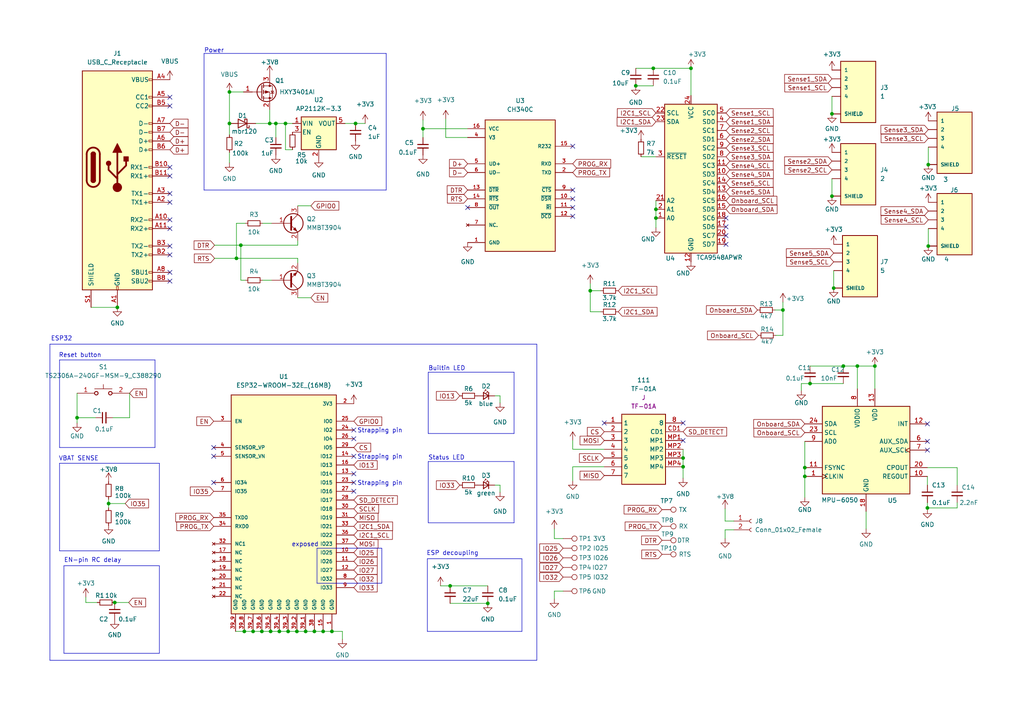
<source format=kicad_sch>
(kicad_sch (version 20230121) (generator eeschema)
  (paper "A4")
  (junction (at 88.646 183.134))
  (junction (at 241.808 83.566))
  (junction (at 34.036 89.154))
  (junction (at 80.01 35.814))
  (junction (at 190.246 63.246))
  (junction (at 141.478 175.006))
  (junction (at 86.106 183.134))
  (junction (at 130.556 169.926))
  (junction (at 241.3 56.896))
  (junction (at 66.548 26.67))
  (junction (at 198.12 135.382))
  (junction (at 22.352 121.158))
  (junction (at 78.486 183.134))
  (junction (at 233.426 138.176))
  (junction (at 96.266 183.134))
  (junction (at 198.12 132.842))
  (junction (at 248.666 106.172))
  (junction (at 83.566 183.134))
  (junction (at 66.548 35.814))
  (junction (at 103.124 35.814))
  (junction (at 234.95 111.252))
  (junction (at 269.24 47.752))
  (junction (at 268.986 147.32))
  (junction (at 70.866 183.134))
  (junction (at 69.85 71.12))
  (junction (at 82.804 35.814))
  (junction (at 68.58 74.93))
  (junction (at 244.602 106.172))
  (junction (at 269.24 71.374))
  (junction (at 31.496 146.05))
  (junction (at 33.274 174.752))
  (junction (at 73.406 183.134))
  (junction (at 227.076 89.916))
  (junction (at 171.196 84.328))
  (junction (at 78.232 35.814))
  (junction (at 233.426 135.636))
  (junction (at 93.726 183.134))
  (junction (at 253.746 106.172))
  (junction (at 122.682 37.338))
  (junction (at 200.406 19.812))
  (junction (at 91.186 183.134))
  (junction (at 241.3 33.02))
  (junction (at 184.404 24.892))
  (junction (at 81.026 183.134))
  (junction (at 190.246 60.706))
  (junction (at 189.484 19.812))
  (junction (at 75.946 183.134))
  (no_connect (at 268.986 130.556))
  (no_connect (at 102.616 127.254))
  (no_connect (at 102.616 132.334))
  (no_connect (at 61.976 132.334))
  (no_connect (at 49.276 51.054))
  (no_connect (at 135.636 60.198))
  (no_connect (at 49.276 48.514))
  (no_connect (at 175.26 122.682))
  (no_connect (at 49.276 66.294))
  (no_connect (at 198.12 122.682))
  (no_connect (at 49.276 28.194))
  (no_connect (at 49.276 78.994))
  (no_connect (at 102.616 124.714))
  (no_connect (at 49.276 81.534))
  (no_connect (at 61.976 139.954))
  (no_connect (at 49.276 73.914))
  (no_connect (at 61.976 129.794))
  (no_connect (at 166.116 60.198))
  (no_connect (at 49.276 71.374))
  (no_connect (at 268.986 122.936))
  (no_connect (at 210.566 65.786))
  (no_connect (at 102.616 137.414))
  (no_connect (at 210.566 63.246))
  (no_connect (at 166.116 42.418))
  (no_connect (at 49.276 56.134))
  (no_connect (at 102.616 139.954))
  (no_connect (at 166.116 62.738))
  (no_connect (at 102.616 142.494))
  (no_connect (at 210.566 68.326))
  (no_connect (at 49.276 58.674))
  (no_connect (at 210.566 70.866))
  (no_connect (at 49.276 30.734))
  (no_connect (at 166.116 55.118))
  (no_connect (at 268.986 128.016))
  (no_connect (at 166.116 57.658))
  (no_connect (at 49.276 63.754))
  (no_connect (at 198.12 127.762))
  (polyline (pts (xy 46.228 159.766) (xy 46.228 134.366)))
  (wire (pts (xy 145.034 114.808) (xy 145.034 116.84)))
  (wire (pts (xy 68.58 74.93) (xy 86.36 74.93)))
  (wire (pts (xy 70.612 26.67) (xy 66.548 26.67)))
  (wire (pts (xy 160.782 171.45) (xy 163.322 171.45)))
  (wire (pts (xy 143.51 140.716) (xy 145.034 140.716)))
  (wire (pts (xy 27.686 121.158) (xy 22.352 121.158)))
  (wire (pts (xy 190.246 60.706) (xy 190.246 63.246)))
  (wire (pts (xy 232.41 111.252) (xy 232.41 113.284)))
  (wire (pts (xy 62.23 74.93) (xy 68.58 74.93)))
  (wire (pts (xy 171.196 84.328) (xy 174.244 84.328)))
  (wire (pts (xy 78.232 35.814) (xy 78.232 31.75)))
  (wire (pts (xy 73.406 183.134) (xy 75.946 183.134)))
  (wire (pts (xy 22.352 114.046) (xy 22.352 121.158)))
  (wire (pts (xy 32.766 121.158) (xy 37.592 121.158)))
  (polyline (pts (xy 91.948 159.004) (xy 110.744 159.004)))
  (wire (pts (xy 122.682 37.338) (xy 135.636 37.338)))
  (polyline (pts (xy 110.744 169.164) (xy 110.744 159.004)))
  (wire (pts (xy 84.836 43.434) (xy 82.804 43.434)))
  (wire (pts (xy 160.782 153.416) (xy 160.782 156.21)))
  (wire (pts (xy 31.496 146.05) (xy 36.322 146.05)))
  (polyline (pts (xy 17.272 104.394) (xy 17.272 129.794)))
  (wire (pts (xy 171.196 90.424) (xy 174.244 90.424)))
  (polyline (pts (xy 124.206 151.638) (xy 149.098 151.638)))
  (wire (pts (xy 31.496 146.05) (xy 31.496 147.32)))
  (wire (pts (xy 277.622 145.796) (xy 277.622 147.32)))
  (wire (pts (xy 143.51 114.808) (xy 145.034 114.808)))
  (polyline (pts (xy 151.384 183.134) (xy 151.384 162.052)))
  (polyline (pts (xy 59.182 15.494) (xy 112.014 15.494)))
  (wire (pts (xy 82.804 43.434) (xy 82.804 35.814)))
  (wire (pts (xy 200.406 19.812) (xy 200.406 27.686)))
  (wire (pts (xy 129.286 39.878) (xy 129.286 34.544)))
  (wire (pts (xy 62.23 71.12) (xy 69.85 71.12)))
  (wire (pts (xy 86.36 86.36) (xy 90.17 86.36)))
  (wire (pts (xy 86.106 183.134) (xy 88.646 183.134)))
  (wire (pts (xy 166.116 135.382) (xy 166.116 139.446)))
  (polyline (pts (xy 123.952 183.134) (xy 151.384 183.134)))
  (wire (pts (xy 66.548 44.196) (xy 66.548 47.244)))
  (polyline (pts (xy 124.206 107.95) (xy 124.206 125.73)))
  (wire (pts (xy 91.186 183.134) (xy 93.726 183.134)))
  (wire (pts (xy 68.326 183.134) (xy 70.866 183.134)))
  (polyline (pts (xy 123.952 162.052) (xy 123.952 183.134)))
  (wire (pts (xy 277.622 135.636) (xy 277.622 140.716)))
  (wire (pts (xy 269.24 42.672) (xy 269.24 47.752)))
  (wire (pts (xy 225.044 97.282) (xy 227.076 97.282)))
  (wire (pts (xy 166.116 130.302) (xy 166.116 127.762)))
  (wire (pts (xy 268.986 135.636) (xy 277.622 135.636)))
  (wire (pts (xy 171.196 84.328) (xy 171.196 90.424)))
  (wire (pts (xy 130.556 175.006) (xy 141.478 175.006)))
  (wire (pts (xy 210.312 153.67) (xy 212.852 153.67)))
  (wire (pts (xy 86.36 71.12) (xy 86.36 69.85)))
  (polyline (pts (xy 18.542 164.084) (xy 18.542 189.484)))
  (wire (pts (xy 74.168 35.814) (xy 78.232 35.814)))
  (wire (pts (xy 33.274 174.752) (xy 37.338 174.752)))
  (wire (pts (xy 86.36 74.93) (xy 86.36 76.2)))
  (wire (pts (xy 210.312 156.21) (xy 210.312 153.67)))
  (polyline (pts (xy 59.182 55.118) (xy 112.014 55.118)))
  (wire (pts (xy 86.36 59.69) (xy 90.17 59.69)))
  (wire (pts (xy 185.928 45.466) (xy 190.246 45.466)))
  (wire (pts (xy 184.404 24.892) (xy 189.484 24.892)))
  (wire (pts (xy 83.566 183.134) (xy 86.106 183.134)))
  (polyline (pts (xy 149.098 151.638) (xy 149.098 133.858)))
  (polyline (pts (xy 14.478 99.822) (xy 155.702 99.822)))
  (wire (pts (xy 248.666 106.172) (xy 253.746 106.172)))
  (polyline (pts (xy 17.272 134.366) (xy 46.228 134.366)))
  (wire (pts (xy 198.12 135.382) (xy 198.12 138.684)))
  (wire (pts (xy 99.314 183.134) (xy 99.314 185.42)))
  (wire (pts (xy 22.352 121.158) (xy 22.352 122.682)))
  (polyline (pts (xy 124.206 107.95) (xy 149.098 107.95)))
  (wire (pts (xy 233.426 135.636) (xy 233.426 138.176)))
  (wire (pts (xy 24.892 173.228) (xy 24.892 174.752)))
  (polyline (pts (xy 18.542 189.484) (xy 46.228 189.484)))
  (wire (pts (xy 189.484 19.812) (xy 200.406 19.812)))
  (wire (pts (xy 145.034 140.716) (xy 145.034 142.748)))
  (wire (pts (xy 130.556 169.926) (xy 141.478 169.926)))
  (wire (pts (xy 103.124 35.814) (xy 105.918 35.814)))
  (wire (pts (xy 71.12 64.77) (xy 68.58 64.77)))
  (wire (pts (xy 244.602 106.172) (xy 248.666 106.172)))
  (wire (pts (xy 68.58 64.77) (xy 68.58 74.93)))
  (polyline (pts (xy 155.702 191.516) (xy 155.702 99.822)))
  (wire (pts (xy 80.01 35.814) (xy 82.804 35.814)))
  (wire (pts (xy 100.076 35.814) (xy 103.124 35.814)))
  (wire (pts (xy 160.782 156.21) (xy 163.322 156.21)))
  (wire (pts (xy 253.746 106.172) (xy 253.746 112.776)))
  (wire (pts (xy 248.666 112.776) (xy 248.666 106.172)))
  (wire (pts (xy 175.26 130.302) (xy 166.116 130.302)))
  (polyline (pts (xy 14.478 191.516) (xy 155.702 191.516)))
  (polyline (pts (xy 149.098 125.73) (xy 149.098 107.95)))
  (wire (pts (xy 175.26 135.382) (xy 166.116 135.382)))
  (wire (pts (xy 122.682 34.798) (xy 122.682 37.338)))
  (polyline (pts (xy 124.206 133.858) (xy 149.098 133.858)))
  (polyline (pts (xy 123.952 162.052) (xy 151.384 162.052)))
  (wire (pts (xy 81.026 183.134) (xy 83.566 183.134)))
  (wire (pts (xy 69.85 81.28) (xy 69.85 71.12)))
  (wire (pts (xy 234.95 111.252) (xy 232.41 111.252)))
  (wire (pts (xy 269.24 66.294) (xy 269.24 71.374)))
  (polyline (pts (xy 91.948 169.164) (xy 110.744 169.164)))
  (wire (pts (xy 24.892 174.752) (xy 28.194 174.752)))
  (polyline (pts (xy 44.958 129.794) (xy 44.958 104.394)))
  (wire (pts (xy 234.95 106.172) (xy 244.602 106.172)))
  (wire (pts (xy 37.592 114.046) (xy 37.592 121.158)))
  (wire (pts (xy 241.3 27.94) (xy 241.3 33.02)))
  (wire (pts (xy 66.548 26.67) (xy 66.548 35.814)))
  (wire (pts (xy 70.866 183.134) (xy 73.406 183.134)))
  (wire (pts (xy 88.646 183.134) (xy 91.186 183.134)))
  (polyline (pts (xy 59.182 15.494) (xy 59.182 55.118)))
  (wire (pts (xy 66.548 35.814) (xy 66.548 39.116)))
  (wire (pts (xy 76.2 81.28) (xy 78.74 81.28)))
  (polyline (pts (xy 112.014 55.118) (xy 112.014 15.494)))
  (wire (pts (xy 268.986 138.176) (xy 268.986 140.716)))
  (wire (pts (xy 233.426 138.176) (xy 233.426 144.272)))
  (wire (pts (xy 251.206 148.336) (xy 251.206 153.416)))
  (wire (pts (xy 93.726 183.134) (xy 96.266 183.134)))
  (wire (pts (xy 184.404 19.812) (xy 189.484 19.812)))
  (wire (pts (xy 227.076 87.63) (xy 227.076 89.916)))
  (wire (pts (xy 190.246 58.166) (xy 190.246 60.706)))
  (wire (pts (xy 190.246 63.246) (xy 190.246 66.04)))
  (wire (pts (xy 160.782 171.45) (xy 160.782 173.736)))
  (polyline (pts (xy 17.272 129.794) (xy 44.958 129.794)))
  (wire (pts (xy 135.636 39.878) (xy 129.286 39.878)))
  (polyline (pts (xy 124.206 125.73) (xy 149.098 125.73)))
  (wire (pts (xy 268.986 147.32) (xy 268.986 145.796)))
  (wire (pts (xy 71.12 81.28) (xy 69.85 81.28)))
  (wire (pts (xy 277.622 147.32) (xy 268.986 147.32)))
  (wire (pts (xy 75.946 183.134) (xy 78.486 183.134)))
  (wire (pts (xy 224.79 89.916) (xy 227.076 89.916)))
  (wire (pts (xy 198.12 130.302) (xy 198.12 132.842)))
  (wire (pts (xy 241.3 51.816) (xy 241.3 56.896)))
  (wire (pts (xy 122.682 37.338) (xy 122.682 39.878)))
  (polyline (pts (xy 17.272 104.394) (xy 44.958 104.394)))
  (wire (pts (xy 76.2 64.77) (xy 78.74 64.77)))
  (polyline (pts (xy 18.542 164.084) (xy 46.228 164.084)))
  (wire (pts (xy 31.496 144.78) (xy 31.496 146.05)))
  (polyline (pts (xy 124.206 133.858) (xy 124.206 151.638)))
  (wire (pts (xy 268.986 147.701) (xy 268.986 147.32)))
  (wire (pts (xy 210.312 147.574) (xy 210.312 151.13)))
  (wire (pts (xy 171.196 82.296) (xy 171.196 84.328)))
  (wire (pts (xy 78.232 35.814) (xy 80.01 35.814)))
  (wire (pts (xy 69.85 71.12) (xy 86.36 71.12)))
  (wire (pts (xy 78.486 183.134) (xy 81.026 183.134)))
  (polyline (pts (xy 17.272 159.766) (xy 46.228 159.766)))
  (wire (pts (xy 210.312 151.13) (xy 212.852 151.13)))
  (polyline (pts (xy 91.948 159.004) (xy 91.948 169.164)))
  (wire (pts (xy 227.076 97.282) (xy 227.076 89.916)))
  (wire (pts (xy 80.01 35.814) (xy 80.01 39.878)))
  (wire (pts (xy 127.762 169.926) (xy 130.556 169.926)))
  (wire (pts (xy 233.426 128.016) (xy 233.426 135.636)))
  (wire (pts (xy 198.12 132.842) (xy 198.12 135.382)))
  (polyline (pts (xy 46.228 189.484) (xy 46.228 164.084)))
  (wire (pts (xy 82.804 35.814) (xy 84.836 35.814)))
  (polyline (pts (xy 17.272 134.366) (xy 17.272 159.766)))
  (polyline (pts (xy 14.478 99.822) (xy 14.478 191.516)))
  (wire (pts (xy 234.95 111.252) (xy 244.602 111.252)))
  (wire (pts (xy 26.416 89.154) (xy 34.036 89.154)))
  (wire (pts (xy 96.266 183.134) (xy 99.314 183.134)))
  (wire (pts (xy 241.808 78.486) (xy 241.808 83.566)))
  (text "Builtin LED\n" (at 124.206 107.696 0) (effects (font (size 1.27 1.27)) (justify left bottom)))
  (text "Strapping pin\n" (at 103.632 133.35 0) (effects (font (size 1.27 1.27)) (justify left bottom)))
  (text "Strapping pin\n" (at 103.632 125.73 0) (effects (font (size 1.27 1.27)) (justify left bottom)))
  (text "Status LED\n" (at 124.206 133.604 0) (effects (font (size 1.27 1.27)) (justify left bottom)))
  (text "ESP decoupling\n" (at 123.698 161.29 0) (effects (font (size 1.27 1.27)) (justify left bottom)))
  (text "Strapping pin\n" (at 103.632 140.97 0) (effects (font (size 1.27 1.27)) (justify left bottom)))
  (text "EN-pin RC delay\n" (at 18.542 163.322 0) (effects (font (size 1.27 1.27)) (justify left bottom)))
  (text "VBAT SENSE\n\n" (at 17.018 135.89 0) (effects (font (size 1.27 1.27)) (justify left bottom)))
  (text "exposed\n" (at 84.582 158.75 0) (effects (font (size 1.27 1.27)) (justify left bottom)))
  (text "Reset button\n" (at 17.018 103.886 0) (effects (font (size 1.27 1.27)) (justify left bottom)))
  (text "ESP32\n" (at 14.732 99.06 0) (effects (font (size 1.27 1.27)) (justify left bottom)))
  (text "Power\n" (at 59.182 15.494 0) (effects (font (size 1.27 1.27)) (justify left bottom)))
  (global_label "D+" (shape input) (at 49.276 43.434 0) (property "Intersheetrefs" "${INTERSHEET_REFS}" (effects hide)))
  (global_label "RTS" (shape input) (at 62.23 74.93 180) (property "Intersheetrefs" "${INTERSHEET_REFS}" (effects hide)))
  (global_label "PROG_RX" (shape input) (at 61.976 150.114 180) (property "Intersheetrefs" "${INTERSHEET_REFS}" (effects hide)))
  (global_label "I2C1_SDA" (shape input) (at 102.616 152.654 0) (property "Intersheetrefs" "${INTERSHEET_REFS}" (effects hide)))
  (global_label "IO13" (shape input) (at 133.35 114.808 180) (property "Intersheetrefs" "${INTERSHEET_REFS}" (effects hide)))
  (global_label "MISO" (shape input) (at 102.616 150.114 0) (property "Intersheetrefs" "${INTERSHEET_REFS}" (effects hide)))
  (global_label "Onboard_SCL" (shape input) (at 219.964 97.282 180) (property "Intersheetrefs" "${INTERSHEET_REFS}" (effects hide)))
  (global_label "SD_DETECT" (shape input) (at 102.616 145.034 0) (property "Intersheetrefs" "${INTERSHEET_REFS}" (effects hide)))
  (global_label "PROG_TX" (shape input) (at 166.116 50.038 0) (property "Intersheetrefs" "${INTERSHEET_REFS}" (effects hide)))
  (global_label "D+" (shape input) (at 135.636 47.498 180) (property "Intersheetrefs" "${INTERSHEET_REFS}" (effects hide)))
  (global_label "SCLK" (shape input) (at 102.616 147.574 0) (property "Intersheetrefs" "${INTERSHEET_REFS}" (effects hide)))
  (global_label "Sense1_SCL" (shape input) (at 241.3 25.4 180) (property "Intersheetrefs" "${INTERSHEET_REFS}" (effects hide)))
  (global_label "Onboard_SCL" (shape input) (at 233.426 125.476 180) (property "Intersheetrefs" "${INTERSHEET_REFS}" (effects hide)))
  (global_label "Sense5_SDA" (shape input) (at 210.566 55.626 0) (property "Intersheetrefs" "${INTERSHEET_REFS}" (effects hide)))
  (global_label "Onboard_SDA" (shape input) (at 210.566 60.706 0) (property "Intersheetrefs" "${INTERSHEET_REFS}" (effects hide)))
  (global_label "IO26" (shape input) (at 102.616 162.814 0) (property "Intersheetrefs" "${INTERSHEET_REFS}" (effects hide)))
  (global_label "EN" (shape input) (at 90.17 86.36 0) (property "Intersheetrefs" "${INTERSHEET_REFS}" (effects hide)))
  (global_label "Sense4_SDA" (shape input) (at 269.24 61.214 180) (property "Intersheetrefs" "${INTERSHEET_REFS}" (effects hide)))
  (global_label "Sense4_SCL" (shape input) (at 210.566 48.006 0) (property "Intersheetrefs" "${INTERSHEET_REFS}" (effects hide)))
  (global_label "Onboard_SDA" (shape input) (at 219.71 89.916 180) (property "Intersheetrefs" "${INTERSHEET_REFS}" (effects hide)))
  (global_label "I2C1_SCL" (shape input) (at 102.616 155.194 0) (property "Intersheetrefs" "${INTERSHEET_REFS}" (effects hide)))
  (global_label "Sense5_SCL" (shape input) (at 210.566 53.086 0) (property "Intersheetrefs" "${INTERSHEET_REFS}" (effects hide)))
  (global_label "Sense3_SDA" (shape input) (at 210.566 45.466 0) (property "Intersheetrefs" "${INTERSHEET_REFS}" (effects hide)))
  (global_label "IO32" (shape input) (at 102.616 167.894 0) (property "Intersheetrefs" "${INTERSHEET_REFS}" (effects hide)))
  (global_label "Sense2_SCL" (shape input) (at 210.566 37.846 0) (property "Intersheetrefs" "${INTERSHEET_REFS}" (effects hide)))
  (global_label "Sense1_SDA" (shape input) (at 241.3 22.86 180) (property "Intersheetrefs" "${INTERSHEET_REFS}" (effects hide)))
  (global_label "IO33" (shape input) (at 102.616 170.434 0) (property "Intersheetrefs" "${INTERSHEET_REFS}" (effects hide)))
  (global_label "SD_DETECT" (shape input) (at 198.12 125.222 0) (property "Intersheetrefs" "${INTERSHEET_REFS}" (effects hide)))
  (global_label "RTS" (shape input) (at 135.636 57.658 180) (property "Intersheetrefs" "${INTERSHEET_REFS}" (effects hide)))
  (global_label "DTR" (shape input) (at 135.636 55.118 180) (property "Intersheetrefs" "${INTERSHEET_REFS}" (effects hide)))
  (global_label "Sense3_SCL" (shape input) (at 269.24 40.132 180) (property "Intersheetrefs" "${INTERSHEET_REFS}" (effects hide)))
  (global_label "GPIO0" (shape input) (at 90.17 59.69 0) (property "Intersheetrefs" "${INTERSHEET_REFS}" (effects hide)))
  (global_label "Onboard_SCL" (shape input) (at 210.566 58.166 0) (property "Intersheetrefs" "${INTERSHEET_REFS}" (effects hide)))
  (global_label "Sense4_SDA" (shape input) (at 210.566 50.546 0) (property "Intersheetrefs" "${INTERSHEET_REFS}" (effects hide)))
  (global_label "DTR" (shape input) (at 62.23 71.12 180) (property "Intersheetrefs" "${INTERSHEET_REFS}" (effects hide)))
  (global_label "IO27" (shape input) (at 102.616 165.354 0) (property "Intersheetrefs" "${INTERSHEET_REFS}" (effects hide)))
  (global_label "CS" (shape input) (at 175.26 125.222 180) (property "Intersheetrefs" "${INTERSHEET_REFS}" (effects hide)))
  (global_label "Sense3_SCL" (shape input) (at 210.566 42.926 0) (property "Intersheetrefs" "${INTERSHEET_REFS}" (effects hide)))
  (global_label "DTR" (shape input) (at 192.024 156.718 180) (property "Intersheetrefs" "${INTERSHEET_REFS}" (effects hide)))
  (global_label "Sense5_SCL" (shape input) (at 241.808 75.946 180) (property "Intersheetrefs" "${INTERSHEET_REFS}" (effects hide)))
  (global_label "IO13" (shape input) (at 102.616 134.874 0) (property "Intersheetrefs" "${INTERSHEET_REFS}" (effects hide)))
  (global_label "IO25" (shape input) (at 102.616 160.274 0) (property "Intersheetrefs" "${INTERSHEET_REFS}" (effects hide)))
  (global_label "EN" (shape input) (at 61.976 122.174 180) (property "Intersheetrefs" "${INTERSHEET_REFS}" (effects hide)))
  (global_label "Onboard_SDA" (shape input) (at 233.426 122.936 180) (property "Intersheetrefs" "${INTERSHEET_REFS}" (effects hide)))
  (global_label "IO35" (shape input) (at 36.322 146.05 0) (property "Intersheetrefs" "${INTERSHEET_REFS}" (effects hide)))
  (global_label "EN" (shape input) (at 37.592 114.046 0) (property "Intersheetrefs" "${INTERSHEET_REFS}" (effects hide)))
  (global_label "MISO" (shape input) (at 175.26 137.922 180) (property "Intersheetrefs" "${INTERSHEET_REFS}" (effects hide)))
  (global_label "D-" (shape input) (at 49.276 38.354 0) (property "Intersheetrefs" "${INTERSHEET_REFS}" (effects hide)))
  (global_label "SCLK" (shape input) (at 175.26 132.842 180) (property "Intersheetrefs" "${INTERSHEET_REFS}" (effects hide)))
  (global_label "Sense5_SDA" (shape input) (at 241.808 73.406 180) (property "Intersheetrefs" "${INTERSHEET_REFS}" (effects hide)))
  (global_label "IO32" (shape input) (at 163.322 167.386 180) (property "Intersheetrefs" "${INTERSHEET_REFS}" (effects hide)))
  (global_label "IO25" (shape input) (at 163.322 159.004 180) (property "Intersheetrefs" "${INTERSHEET_REFS}" (effects hide)))
  (global_label "PROG_TX" (shape input) (at 61.976 152.654 180) (property "Intersheetrefs" "${INTERSHEET_REFS}" (effects hide)))
  (global_label "I2C1_SDA" (shape input) (at 190.246 35.306 180) (property "Intersheetrefs" "${INTERSHEET_REFS}" (effects hide)))
  (global_label "D+" (shape input) (at 49.276 40.894 0) (property "Intersheetrefs" "${INTERSHEET_REFS}" (effects hide)))
  (global_label "GPIO0" (shape input) (at 102.616 122.174 0) (property "Intersheetrefs" "${INTERSHEET_REFS}" (effects hide)))
  (global_label "MOSI" (shape input) (at 175.26 127.762 180) (property "Intersheetrefs" "${INTERSHEET_REFS}" (effects hide)))
  (global_label "IO27" (shape input) (at 163.322 164.592 180) (property "Intersheetrefs" "${INTERSHEET_REFS}" (effects hide)))
  (global_label "IO26" (shape input) (at 163.322 161.798 180) (property "Intersheetrefs" "${INTERSHEET_REFS}" (effects hide)))
  (global_label "I2C1_SCL" (shape input) (at 179.324 84.328 0) (property "Intersheetrefs" "${INTERSHEET_REFS}" (effects hide)))
  (global_label "I2C1_SCL" (shape input) (at 190.246 32.766 180) (property "Intersheetrefs" "${INTERSHEET_REFS}" (effects hide)))
  (global_label "Sense2_SCL" (shape input) (at 241.3 49.276 180) (property "Intersheetrefs" "${INTERSHEET_REFS}" (effects hide)))
  (global_label "Sense1_SDA" (shape input) (at 210.566 35.306 0) (property "Intersheetrefs" "${INTERSHEET_REFS}" (effects hide)))
  (global_label "Sense4_SCL" (shape input) (at 269.24 63.754 180) (property "Intersheetrefs" "${INTERSHEET_REFS}" (effects hide)))
  (global_label "D-" (shape input) (at 49.276 35.814 0) (property "Intersheetrefs" "${INTERSHEET_REFS}" (effects hide)))
  (global_label "CS" (shape input) (at 102.616 129.794 0) (property "Intersheetrefs" "${INTERSHEET_REFS}" (effects hide)))
  (global_label "MOSI" (shape input) (at 102.616 157.734 0) (property "Intersheetrefs" "${INTERSHEET_REFS}" (effects hide)))
  (global_label "Sense3_SDA" (shape input) (at 269.24 37.592 180) (property "Intersheetrefs" "${INTERSHEET_REFS}" (effects hide)))
  (global_label "PROG_TX" (shape input) (at 192.024 152.654 180) (property "Intersheetrefs" "${INTERSHEET_REFS}" (effects hide)))
  (global_label "I2C1_SDA" (shape input) (at 179.324 90.424 0) (property "Intersheetrefs" "${INTERSHEET_REFS}" (effects hide)))
  (global_label "IO33" (shape input) (at 133.35 140.716 180) (property "Intersheetrefs" "${INTERSHEET_REFS}" (effects hide)))
  (global_label "Sense2_SDA" (shape input) (at 241.3 46.736 180) (property "Intersheetrefs" "${INTERSHEET_REFS}" (effects hide)))
  (global_label "EN" (shape input) (at 37.338 174.752 0) (property "Intersheetrefs" "${INTERSHEET_REFS}" (effects hide)))
  (global_label "D-" (shape input) (at 135.636 50.038 180) (property "Intersheetrefs" "${INTERSHEET_REFS}" (effects hide)))
  (global_label "IO35" (shape input) (at 61.976 142.494 180) (property "Intersheetrefs" "${INTERSHEET_REFS}" (effects hide)))
  (global_label "Sense2_SDA" (shape input) (at 210.566 40.386 0) (property "Intersheetrefs" "${INTERSHEET_REFS}" (effects hide)))
  (global_label "PROG_RX" (shape input) (at 192.024 147.828 180) (property "Intersheetrefs" "${INTERSHEET_REFS}" (effects hide)))
  (global_label "PROG_RX" (shape input) (at 166.116 47.498 0) (property "Intersheetrefs" "${INTERSHEET_REFS}" (effects hide)))
  (global_label "Sense1_SCL" (shape input) (at 210.566 32.766 0) (property "Intersheetrefs" "${INTERSHEET_REFS}" (effects hide)))
  (global_label "RTS" (shape input) (at 192.024 160.782 180) (property "Intersheetrefs" "${INTERSHEET_REFS}" (effects hide)))
  (symbol (lib_id "Connector:Conn_01x02_Female") (at 217.932 151.13 0) (unit 1)
    (property "Reference" "J8" (at 218.948 151.1299 0) (effects (justify left)))
    (property "Value" "Conn_01x02_Female" (at 218.948 153.6699 0) (effects (justify left)))
    (property "Footprint" "lib_fp:HX25003-2AWB" (effects hide))
  )
  (symbol (lib_id "power:+3V3") (at 269.24 58.674 0) (unit 1)
    (property "Reference" "#PWR035" (effects hide))
    (property "Value" "+3V3" (at 269.24 54.61 0))
  )
  (symbol (lib_id "SM04B-SRSS-TB_LF__SN_:SM04B-SRSS-TB(LF)(SN)") (at 276.86 40.132 0) (unit 1)
    (property "Reference" "J5" (at 275.844 31.496 0) (effects (justify left)))
    (property "Value" "3" (at 273.558 52.07 0) (effects (justify left)))
    (property "Footprint" "lib_fp:JST_SM04B-SRSS-TB(LF)(SN)" (effects hide))
    (property "MANUFACTURER" "JST" (effects hide))
    (property "STANDARD" "Manufacturer recommendations" (effects hide))
  )
  (symbol (lib_id "power:GND") (at 190.246 66.04 0) (unit 1)
    (property "Reference" "#PWR026" (effects hide))
    (property "Value" "GND" (at 187.96 69.342 0))
  )
  (symbol (lib_id "power:GND") (at 166.116 139.446 0) (unit 1)
    (property "Reference" "#PWR022" (effects hide))
    (property "Value" "GND" (at 166.116 144.018 0))
  )
  (symbol (lib_id "Connector:TestPoint") (at 192.024 152.654 270) (unit 1)
    (property "Reference" "TP8" (at 191.77 150.876 90) (effects (justify left)))
    (property "Value" "RX" (at 196.85 152.654 90) (effects (justify left)))
    (property "Footprint" "TestPoint:TestPoint_Pad_D2.0mm" (effects hide))
  )
  (symbol (lib_id "Device:R_Small") (at 73.66 64.77 90) (unit 1)
    (property "Reference" "R3" (at 73.66 62.23 90))
    (property "Value" "10k" (at 73.66 67.31 90))
    (property "Footprint" "Resistor_SMD:R_0603_1608Metric" (effects hide))
  )
  (symbol (lib_id "power:GND") (at 66.548 47.244 0) (unit 1)
    (property "Reference" "#PWR07" (effects hide))
    (property "Value" "GND" (at 66.548 51.816 0))
  )
  (symbol (lib_id "Device:LED_Small") (at 140.97 114.808 0) (mirror y) (unit 1)
    (property "Reference" "D2" (at 140.97 112.014 0))
    (property "Value" "blue" (at 140.97 117.094 0))
    (property "Footprint" "LED_SMD:LED_0603_1608Metric" (effects hide))
  )
  (symbol (lib_id "power:GND") (at 145.034 142.748 0) (mirror y) (unit 1)
    (property "Reference" "#PWR041" (effects hide))
    (property "Value" "GND" (at 145.034 148.336 0))
  )
  (symbol (lib_id "power:GND") (at 135.636 70.358 0) (mirror y) (unit 1)
    (property "Reference" "#PWR019" (effects hide))
    (property "Value" "GND" (at 135.636 75.946 0))
  )
  (symbol (lib_id "power:GND") (at 251.206 153.416 0) (unit 1)
    (property "Reference" "#PWR043" (effects hide))
    (property "Value" "GND" (at 251.206 157.861 0))
  )
  (symbol (lib_id "power:+3V3") (at 24.892 173.228 0) (unit 1)
    (property "Reference" "#PWR01" (effects hide))
    (property "Value" "+3V3" (at 24.892 169.164 0))
  )
  (symbol (lib_id "power:+3V3") (at 241.3 44.196 0) (unit 1)
    (property "Reference" "#PWR031" (effects hide))
    (property "Value" "+3V3" (at 241.3 40.386 0))
  )
  (symbol (lib_id "Device:C_Small") (at 244.602 108.712 0) (unit 1)
    (property "Reference" "C12" (at 241.046 107.188 0) (effects (justify left)))
    (property "Value" "10nF" (at 237.998 109.728 0) (effects (justify left)))
    (property "Footprint" "Capacitor_SMD:C_0603_1608Metric" (effects hide))
  )
  (symbol (lib_id "Device:C_Small") (at 234.95 108.712 0) (unit 1)
    (property "Reference" "C11" (at 231.394 106.68 0) (effects (justify left)))
    (property "Value" "0.1uF" (at 227.838 109.728 0) (effects (justify left)))
    (property "Footprint" "Capacitor_SMD:C_0603_1608Metric" (effects hide))
  )
  (symbol (lib_id "power:GND") (at 269.24 47.752 0) (unit 1)
    (property "Reference" "#PWR034" (effects hide))
    (property "Value" "GND" (at 269.24 51.562 0))
  )
  (symbol (lib_id "Device:R_Small") (at 176.784 84.328 90) (unit 1)
    (property "Reference" "R11" (at 176.784 82.296 90))
    (property "Value" "3.7k" (at 176.784 86.36 90))
    (property "Footprint" "Resistor_SMD:R_0603_1608Metric" (effects hide))
  )
  (symbol (lib_id "Device:R_Small") (at 185.928 42.926 0) (unit 1)
    (property "Reference" "R7" (at 187.452 41.6559 0) (effects (justify left)))
    (property "Value" "7k" (at 187.452 44.1959 0) (effects (justify left)))
    (property "Footprint" "Resistor_SMD:R_0603_1608Metric" (effects hide))
  )
  (symbol (lib_id "Device:LED_Small") (at 140.97 140.716 0) (mirror y) (unit 1)
    (property "Reference" "D3" (at 140.97 137.922 0))
    (property "Value" "green" (at 140.97 143.002 0))
    (property "Footprint" "LED_SMD:LED_0603_1608Metric" (effects hide))
  )
  (symbol (lib_id "power:+3V3") (at 253.746 106.172 0) (unit 1)
    (property "Reference" "#PWR045" (effects hide))
    (property "Value" "+3V3" (at 253.746 102.108 0))
  )
  (symbol (lib_id "Connector:USB_C_Receptacle") (at 34.036 48.514 0) (unit 1)
    (property "Reference" "J1" (at 34.036 15.494 0))
    (property "Value" "USB_C_Receptacle" (at 34.036 18.034 0))
    (property "Footprint" "lib_fp:TYPE-C-31-M-14" (effects hide))
    (property "Datasheet" "https://www.usb.org/sites/default/files/documents/usb_type-c.zip" (effects hide))
  )
  (symbol (lib_id "Device:C_Small") (at 141.478 172.466 0) (unit 1)
    (property "Reference" "C8" (at 144.526 171.2022 0) (effects (justify left)))
    (property "Value" "0.1uF" (at 144.526 173.7422 0) (effects (justify left)))
    (property "Footprint" "Capacitor_SMD:C_0603_1608Metric" (effects hide))
  )
  (symbol (lib_id "Connector:TestPoint") (at 192.024 160.782 270) (unit 1)
    (property "Reference" "TP10" (at 191.516 159.004 90) (effects (justify left)))
    (property "Value" "RTS" (at 196.85 160.782 90) (effects (justify left)))
    (property "Footprint" "TestPoint:TestPoint_Pad_D2.0mm" (effects hide))
  )
  (symbol (lib_id "Device:C_Small") (at 189.484 22.352 0) (unit 1)
    (property "Reference" "C10" (at 192.278 21.0882 0) (effects (justify left)))
    (property "Value" "0.1uF" (at 192.278 23.6282 0) (effects (justify left)))
    (property "Footprint" "Capacitor_SMD:C_0603_1608Metric" (effects hide))
  )
  (symbol (lib_id "TF-01A:TF-01A") (at 175.26 122.682 0) (unit 1)
    (property "Reference" "111" (at 186.69 110.236 0))
    (property "Value" "TF-01A" (at 186.69 112.776 0))
    (property "Footprint" "lib_fp:TF01A" (effects hide))
    (property "Reference_1" "J" (at 186.69 115.316 0))
    (property "Value_1" "TF-01A" (at 186.69 117.856 0))
    (property "Footprint_1" "TF01A" (effects hide))
    (property "Datasheet_1" "https://datasheet.lcsc.com/szlcsc/1903221101_Korean-Hroparts-Elec-TF-01A_C91145.pdf" (effects hide))
    (property "Height" "1.85" (effects hide))
    (property "Manufacturer_Name" "Korean Hroparts Elec" (effects hide))
    (property "Manufacturer_Part_Number" "TF-01A" (effects hide))
  )
  (symbol (lib_id "power:VBUS") (at 49.276 23.114 0) (unit 1)
    (property "Reference" "#PWR05" (effects hide))
    (property "Value" "VBUS" (at 49.276 17.78 0))
  )
  (symbol (lib_id "Connector:TestPoint") (at 192.024 156.718 270) (unit 1)
    (property "Reference" "TP9" (at 191.77 154.94 90) (effects (justify left)))
    (property "Value" "DTR" (at 196.342 156.718 90) (effects (justify left)))
    (property "Footprint" "TestPoint:TestPoint_Pad_D2.0mm" (effects hide))
  )
  (symbol (lib_id "Device:C_Small") (at 80.01 42.418 0) (unit 1)
    (property "Reference" "C3" (at 76.708 40.64 0) (effects (justify left)))
    (property "Value" "1uF" (at 75.692 44.45 0) (effects (justify left)))
    (property "Footprint" "Capacitor_SMD:C_0603_1608Metric" (effects hide))
  )
  (symbol (lib_id "power:VBUS") (at 66.548 26.67 0) (unit 1)
    (property "Reference" "#PWR06" (effects hide))
    (property "Value" "VBUS" (at 66.548 21.59 0))
  )
  (symbol (lib_id "power:GND") (at 141.478 175.006 0) (unit 1)
    (property "Reference" "#PWR020" (effects hide))
    (property "Value" "GND" (at 141.478 179.578 0))
  )
  (symbol (lib_id "power:+3V3") (at 227.076 87.63 0) (unit 1)
    (property "Reference" "#PWR08" (effects hide))
    (property "Value" "+3V3" (at 230.632 86.614 0))
  )
  (symbol (lib_id "power:GND") (at 241.808 83.566 0) (unit 1)
    (property "Reference" "#PWR038" (effects hide))
    (property "Value" "GND" (at 241.808 87.376 0))
  )
  (symbol (lib_id "Device:R_Small") (at 222.504 97.282 270) (unit 1)
    (property "Reference" "R14" (at 222.504 95.504 90))
    (property "Value" "4k7" (at 222.504 99.06 90))
    (property "Footprint" "Resistor_SMD:R_0603_1608Metric" (effects hide))
  )
  (symbol (lib_id "power:+3V8") (at 31.496 139.7 0) (unit 1)
    (property "Reference" "#PWR0101" (effects hide))
    (property "Value" "+3V8" (at 31.496 136.144 0))
  )
  (symbol (lib_id "power:GND") (at 22.352 122.682 0) (unit 1)
    (property "Reference" "#PWR02" (effects hide))
    (property "Value" "GND" (at 22.352 126.492 0))
  )
  (symbol (lib_id "Device:C_Small") (at 130.556 172.466 0) (unit 1)
    (property "Reference" "C7" (at 134.112 171.2022 0) (effects (justify left)))
    (property "Value" "22uF" (at 134.112 173.7422 0) (effects (justify left)))
    (property "Footprint" "Capacitor_SMD:C_0603_1608Metric" (effects hide))
  )
  (symbol (lib_id "power:GND") (at 233.426 144.272 0) (unit 1)
    (property "Reference" "#PWR0105" (effects hide))
    (property "Value" "GND" (at 231.394 147.828 0) (effects (justify left)))
  )
  (symbol (lib_id "SM04B-SRSS-TB_LF__SN_:SM04B-SRSS-TB(LF)(SN)") (at 276.86 63.754 0) (unit 1)
    (property "Reference" "J6" (at 275.59 55.118 0) (effects (justify left)))
    (property "Value" "4" (at 273.812 75.184 0) (effects (justify left)))
    (property "Footprint" "lib_fp:JST_SM04B-SRSS-TB(LF)(SN)" (effects hide))
    (property "MANUFACTURER" "JST" (effects hide))
    (property "STANDARD" "Manufacturer recommendations" (effects hide))
  )
  (symbol (lib_id "power:GND") (at 99.314 185.42 0) (unit 1)
    (property "Reference" "#PWR012" (effects hide))
    (property "Value" "GND" (at 99.314 189.992 0))
  )
  (symbol (lib_id "SM04B-SRSS-TB_LF__SN_:SM04B-SRSS-TB(LF)(SN)") (at 248.92 49.276 0) (unit 1)
    (property "Reference" "J4" (at 255.27 49.2759 0) (effects (justify left)))
    (property "Value" "2" (at 255.27 51.8159 0) (effects (justify left)))
    (property "Footprint" "lib_fp:JST_SM04B-SRSS-TB(LF)(SN)" (effects hide))
    (property "MANUFACTURER" "JST" (effects hide))
    (property "STANDARD" "Manufacturer recommendations" (effects hide))
  )
  (symbol (lib_id "power:GND") (at 160.782 173.736 0) (unit 1)
    (property "Reference" "#PWR0108" (effects hide))
    (property "Value" "GND" (at 160.782 178.308 0))
  )
  (symbol (lib_id "power:+3V3") (at 269.24 35.052 0) (unit 1)
    (property "Reference" "#PWR033" (effects hide))
    (property "Value" "+3V3" (at 268.986 30.988 0))
  )
  (symbol (lib_id "power:GND") (at 241.3 33.02 0) (unit 1)
    (property "Reference" "#PWR030" (effects hide))
    (property "Value" "GND" (at 241.3 37.338 0))
  )
  (symbol (lib_id "Connector:TestPoint") (at 192.024 147.828 270) (unit 1)
    (property "Reference" "TP7" (at 191.516 145.288 90) (effects (justify left)))
    (property "Value" "TX" (at 196.85 147.828 90) (effects (justify left)))
    (property "Footprint" "TestPoint:TestPoint_Pad_D2.0mm" (effects hide))
  )
  (symbol (lib_id "power:GND") (at 241.3 56.896 0) (unit 1)
    (property "Reference" "#PWR032" (effects hide))
    (property "Value" "GND" (at 241.3 60.706 0))
  )
  (symbol (lib_id "SM04B-SRSS-TB_LF__SN_:SM04B-SRSS-TB(LF)(SN)") (at 248.92 25.4 0) (unit 1)
    (property "Reference" "J3" (at 255.27 25.3999 0) (effects (justify left)))
    (property "Value" "1" (at 255.27 27.9399 0) (effects (justify left)))
    (property "Footprint" "lib_fp:JST_SM04B-SRSS-TB(LF)(SN)" (effects hide))
    (property "MANUFACTURER" "JST" (effects hide))
    (property "STANDARD" "Manufacturer recommendations" (effects hide))
  )
  (symbol (lib_id "Device:D_Schottky") (at 70.358 35.814 180) (unit 1)
    (property "Reference" "D1" (at 70.358 33.528 0))
    (property "Value" "mbr120" (at 70.866 38.1 0))
    (property "Footprint" "Diode_SMD:D_SOD-123F" (effects hide))
  )
  (symbol (lib_id "power:+3V3") (at 160.782 153.416 0) (unit 1)
    (property "Reference" "#PWR0107" (effects hide))
    (property "Value" "+3V3" (at 160.782 148.336 0))
  )
  (symbol (lib_id "power:GND") (at 232.41 113.284 0) (unit 1)
    (property "Reference" "#PWR039" (effects hide))
    (property "Value" "GND" (at 230.378 116.84 0) (effects (justify left)))
  )
  (symbol (lib_id "Device:R_Small") (at 222.25 89.916 270) (unit 1)
    (property "Reference" "R13" (at 222.25 88.138 90))
    (property "Value" "4k7" (at 222.25 91.694 90))
    (property "Footprint" "Resistor_SMD:R_0603_1608Metric" (effects hide))
  )
  (symbol (lib_id "ESP32-WROOM-32E__16MB_:ESP32-WROOM-32E_(16MB)") (at 82.296 147.574 0) (unit 1)
    (property "Reference" "U1" (at 82.296 109.22 0))
    (property "Value" "ESP32-WROOM-32E_(16MB)" (at 82.296 111.76 0))
    (property "Footprint" "lib_fp:XCVR_ESP32-WROOM-32E_(16MB)" (effects hide))
    (property "MAXIMUM_PACKAGE_HEIGHT" "3.25mm" (effects hide))
    (property "PARTREV" "1.4" (effects hide))
    (property "MANUFACTURER" "Espressif Systems" (effects hide))
    (property "STANDARD" "Manufacturer Recommendations" (effects hide))
  )
  (symbol (lib_id "Regulator_Linear:AP2112K-3.3") (at 92.456 38.354 0) (unit 1)
    (property "Reference" "U2" (at 92.456 28.956 0))
    (property "Value" "AP2112K-3.3" (at 92.456 31.496 0))
    (property "Footprint" "Package_TO_SOT_SMD:SOT-23-5" (effects hide))
    (property "Datasheet" "https://www.diodes.com/assets/Datasheets/AP2112.pdf" (effects hide))
  )
  (symbol (lib_id "TS2306A-240GF-MSM-9_C388290:TS2306A-240GF-MSM-9_C388290") (at 22.352 114.046 0) (unit 1)
    (property "Reference" "S1" (at 29.972 106.426 0))
    (property "Value" "TS2306A-240GF-MSM-9_C388290" (at 29.972 108.966 0))
    (property "Footprint" "lib_fp:TS2306A240GFMSM9_C388290" (effects hide))
    (property "Datasheet" "https://datasheet.lcsc.com/szlcsc/1904241742_SHOU-HAN-TS2306A-240gf-MSM-9_C388290.pdf" (effects hide))
    (property "Description" "Tactile Switches SPST 3.00mm x 2.00mm 0.60mm 10mA @ 5VDC SMD RoHS" (effects hide))
    (property "Height" "1" (effects hide))
    (property "Manufacturer_Name" "Shou Han" (effects hide))
    (property "Manufacturer_Part_Number" "TS2306A-240GF-MSM-9_C388290" (effects hide))
  )
  (symbol (lib_id "Device:R_Small") (at 84.836 40.894 0) (unit 1)
    (property "Reference" "R5" (at 86.106 44.958 0) (effects (justify left)))
    (property "Value" "10k" (at 85.598 46.736 0) (effects (justify left)))
    (property "Footprint" "Resistor_SMD:R_0603_1608Metric" (effects hide))
  )
  (symbol (lib_id "power:+3V3") (at 102.616 117.094 0) (unit 1)
    (property "Reference" "#PWR011" (effects hide))
    (property "Value" "+3V3" (at 102.616 111.506 0))
  )
  (symbol (lib_id "power:+3V3") (at 105.918 35.814 0) (unit 1)
    (property "Reference" "#PWR014" (effects hide))
    (property "Value" "+3V3" (at 105.918 30.226 0))
  )
  (symbol (lib_id "power:GND") (at 184.404 24.892 0) (unit 1)
    (property "Reference" "#PWR025" (effects hide))
    (property "Value" "GND" (at 184.404 29.718 0))
  )
  (symbol (lib_id "Device:C_Small") (at 277.622 143.256 0) (unit 1)
    (property "Reference" "C14" (at 278.892 141.351 0) (effects (justify left)))
    (property "Value" "2.2nF" (at 278.257 145.796 0) (effects (justify left)))
    (property "Footprint" "Capacitor_SMD:C_0603_1608Metric" (effects hide))
  )
  (symbol (lib_id "power:GND") (at 210.312 156.21 0) (unit 1)
    (property "Reference" "#PWR044" (effects hide))
    (property "Value" "GND" (at 210.312 161.29 0))
  )
  (symbol (lib_id "Device:R_Small") (at 31.496 142.24 0) (unit 1)
    (property "Reference" "R8" (at 33.274 141.732 0) (effects (justify left)))
    (property "Value" "100k" (at 33.274 143.764 0) (effects (justify left)))
    (property "Footprint" "Resistor_SMD:R_0603_1608Metric" (effects hide))
  )
  (symbol (lib_id "power:GND") (at 122.682 44.958 0) (unit 1)
    (property "Reference" "#PWR016" (effects hide))
    (property "Value" "GND" (at 122.682 50.546 0))
  )
  (symbol (lib_id "power:GND") (at 80.01 44.958 0) (unit 1)
    (property "Reference" "#PWR09" (effects hide))
    (property "Value" "GND" (at 80.01 49.53 0))
  )
  (symbol (lib_id "power:GND") (at 198.12 138.684 0) (unit 1)
    (property "Reference" "#PWR0106" (effects hide))
    (property "Value" "GND" (at 198.12 143.256 0))
  )
  (symbol (lib_id "Transistor_BJT:MMBT3904") (at 83.82 64.77 0) (unit 1)
    (property "Reference" "Q2" (at 88.9 63.4999 0) (effects (justify left)))
    (property "Value" "MMBT3904" (at 88.9 66.0399 0) (effects (justify left)))
    (property "Footprint" "Package_TO_SOT_SMD:SOT-23" (effects hide))
    (property "Datasheet" "https://www.onsemi.com/pub/Collateral/2N3903-D.PDF" (effects hide))
  )
  (symbol (lib_id "Connector:TestPoint") (at 163.322 171.45 270) (unit 1)
    (property "Reference" "TP6" (at 167.894 171.45 90) (effects (justify left)))
    (property "Value" "GND" (at 171.704 171.45 90) (effects (justify left)))
    (property "Footprint" "TestPoint:TestPoint_Pad_D2.0mm" (effects hide))
  )
  (symbol (lib_id "power:GND") (at 34.036 89.154 0) (unit 1)
    (property "Reference" "#PWR04" (effects hide))
    (property "Value" "GND" (at 34.036 93.726 0))
  )
  (symbol (lib_id "Device:R_Small") (at 135.89 114.808 90) (unit 1)
    (property "Reference" "R6" (at 135.89 112.776 90))
    (property "Value" "5k" (at 135.89 116.84 90))
    (property "Footprint" "Resistor_SMD:R_0603_1608Metric" (effects hide))
  )
  (symbol (lib_id "power:+3V3") (at 241.3 20.32 0) (unit 1)
    (property "Reference" "#PWR029" (effects hide))
    (property "Value" "+3V3" (at 241.3 15.748 0))
  )
  (symbol (lib_id "sensor-rescue:MPU-6050-Sensor_Motion") (at 251.206 130.556 0) (unit 1)
    (property "Reference" "U5" (at 258.826 145.161 0))
    (property "Value" "MPU-6050" (at 243.586 145.034 0))
    (property "Footprint" "Sensor_Motion:InvenSense_QFN-24_4x4mm_P0.5mm" (effects hide))
    (property "Datasheet" "https://store.invensense.com/datasheets/invensense/MPU-6050_DataSheet_V3%204.pdf" (effects hide))
  )
  (symbol (lib_id "Device:C_Small") (at 268.986 143.256 0) (unit 1)
    (property "Reference" "C13" (at 270.256 140.716 0) (effects (justify left)))
    (property "Value" "0.1uF" (at 270.256 145.796 0) (effects (justify left)))
    (property "Footprint" "Capacitor_SMD:C_0603_1608Metric" (effects hide))
  )
  (symbol (lib_id "power:GND") (at 200.406 75.946 0) (unit 1)
    (property "Reference" "#PWR028" (effects hide))
    (property "Value" "GND" (at 198.12 79.248 0))
  )
  (symbol (lib_id "CH340C:CH340C") (at 150.876 55.118 0) (mirror y) (unit 1)
    (property "Reference" "U3" (at 150.876 29.21 0))
    (property "Value" "CH340C" (at 150.876 31.75 0))
    (property "Footprint" "lib_fp:SOIC127P600X180-16N" (effects hide))
    (property "MAXIMUM_PACKAGE_HEIGHT" "1.8 mm" (effects hide))
    (property "PARTREV" "2G" (effects hide))
    (property "STANDARD" "IPC 7351B" (effects hide))
    (property "MANUFACTURER" "WCH" (effects hide))
  )
  (symbol (lib_id "power:+3V3") (at 122.682 34.798 0) (unit 1)
    (property "Reference" "#PWR010" (effects hide))
    (property "Value" "+3V3" (at 122.682 29.21 0))
  )
  (symbol (lib_id "Device:R_Small") (at 31.496 149.86 0) (unit 1)
    (property "Reference" "R9" (at 33.274 149.352 0) (effects (justify left)))
    (property "Value" "100k" (at 33.274 151.384 0) (effects (justify left)))
    (property "Footprint" "Resistor_SMD:R_0603_1608Metric" (effects hide))
  )
  (symbol (lib_id "power:+3V3") (at 166.116 127.762 0) (unit 1)
    (property "Reference" "#PWR017" (effects hide))
    (property "Value" "+3V3" (at 166.116 122.428 0))
  )
  (symbol (lib_id "Device:R_Small") (at 176.784 90.424 90) (unit 1)
    (property "Reference" "R12" (at 176.784 88.392 90))
    (property "Value" "3.7k" (at 176.784 92.456 90))
    (property "Footprint" "Resistor_SMD:R_0603_1608Metric" (effects hide))
  )
  (symbol (lib_id "power:GND") (at 92.456 45.974 0) (unit 1)
    (property "Reference" "#PWR0104" (effects hide))
    (property "Value" "GND" (at 92.456 50.8 0))
  )
  (symbol (lib_id "Device:C_Small") (at 33.274 177.292 0) (unit 1)
    (property "Reference" "C2" (at 28.702 179.578 0) (effects (justify left)))
    (property "Value" "0.1uF" (at 34.29 179.578 0) (effects (justify left)))
    (property "Footprint" "Capacitor_SMD:C_0603_1608Metric" (effects hide))
  )
  (symbol (lib_id "power:+3V3") (at 129.286 34.544 0) (unit 1)
    (property "Reference" "#PWR015" (effects hide))
    (property "Value" "+3V3" (at 129.286 28.956 0))
  )
  (symbol (lib_id "Device:R_Small") (at 66.548 41.656 0) (unit 1)
    (property "Reference" "R2" (at 67.818 41.656 0) (effects (justify left)))
    (property "Value" "100k" (at 67.31 44.45 0) (effects (justify left)))
    (property "Footprint" "Resistor_SMD:R_0603_1608Metric" (effects hide))
  )
  (symbol (lib_id "Connector:TestPoint") (at 163.322 161.798 270) (unit 1)
    (property "Reference" "TP3" (at 167.894 161.798 90) (effects (justify left)))
    (property "Value" "IO26" (at 171.958 161.798 90) (effects (justify left)))
    (property "Footprint" "TestPoint:TestPoint_Pad_D2.0mm" (effects hide))
  )
  (symbol (lib_id "Device:R_Small") (at 73.66 81.28 90) (unit 1)
    (property "Reference" "R4" (at 73.66 78.74 90))
    (property "Value" "10k" (at 73.66 83.82 90))
    (property "Footprint" "Resistor_SMD:R_0603_1608Metric" (effects hide))
  )
  (symbol (lib_id "Transistor_BJT:MMBT3904") (at 83.82 81.28 0) (mirror x) (unit 1)
    (property "Reference" "Q3" (at 88.9 80.0099 0) (effects (justify left)))
    (property "Value" "MMBT3904" (at 88.9 82.5499 0) (effects (justify left)))
    (property "Footprint" "Package_TO_SOT_SMD:SOT-23" (effects hide))
    (property "Datasheet" "https://www.onsemi.com/pub/Collateral/2N3903-D.PDF" (effects hide))
  )
  (symbol (lib_id "Connector:TestPoint") (at 163.322 159.004 270) (unit 1)
    (property "Reference" "TP2" (at 167.894 159.004 90) (effects (justify left)))
    (property "Value" "IO25" (at 171.958 159.004 90) (effects (justify left)))
    (property "Footprint" "TestPoint:TestPoint_Pad_D2.0mm" (effects hide))
  )
  (symbol (lib_id "Device:R_Small") (at 30.734 174.752 90) (unit 1)
    (property "Reference" "R1" (at 28.956 172.72 90))
    (property "Value" "10k" (at 32.258 172.72 90))
    (property "Footprint" "Resistor_SMD:R_0603_1608Metric" (effects hide))
  )
  (symbol (lib_id "power:+3V3") (at 171.196 82.296 0) (unit 1)
    (property "Reference" "#PWR042" (effects hide))
    (property "Value" "+3V3" (at 171.196 76.962 0))
  )
  (symbol (lib_id "power:GND") (at 33.274 179.832 0) (unit 1)
    (property "Reference" "#PWR03" (effects hide))
    (property "Value" "GND" (at 33.274 184.15 0))
  )
  (symbol (lib_id "Device:C_Small") (at 122.682 42.418 0) (unit 1)
    (property "Reference" "C5" (at 117.348 41.402 0) (effects (justify left)))
    (property "Value" "0.1uF" (at 115.57 44.196 0) (effects (justify left)))
    (property "Footprint" "Capacitor_SMD:C_0603_1608Metric" (effects hide))
  )
  (symbol (lib_id "Transistor_FET:AO3401A") (at 75.692 26.67 0) (unit 1)
    (property "Reference" "Q1" (at 79.756 23.368 0) (effects (justify left)))
    (property "Value" "HXY3401AI" (at 81.026 26.67 0) (effects (justify left)))
    (property "Footprint" "Package_TO_SOT_SMD:SOT-23" (effects hide))
    (property "Datasheet" "http://www.aosmd.com/pdfs/datasheet/AO3401A.pdf" (effects hide))
  )
  (symbol (lib_id "power:+3V3") (at 200.406 19.812 0) (unit 1)
    (property "Reference" "#PWR027" (effects hide))
    (property "Value" "+3V3" (at 202.184 15.748 0))
  )
  (symbol (lib_id "power:GND") (at 103.124 40.894 0) (unit 1)
    (property "Reference" "#PWR013" (effects hide))
    (property "Value" "GND" (at 103.124 45.466 0))
  )
  (symbol (lib_id "power:GND") (at 269.24 71.374 0) (unit 1)
    (property "Reference" "#PWR036" (effects hide))
    (property "Value" "GND" (at 269.24 75.184 0))
  )
  (symbol (lib_id "power:+3V8") (at 78.232 21.59 0) (unit 1)
    (property "Reference" "#PWR0102" (effects hide))
    (property "Value" "+3V8" (at 78.232 18.034 0))
  )
  (symbol (lib_id "Connector:TestPoint") (at 163.322 167.386 270) (unit 1)
    (property "Reference" "TP5" (at 167.894 167.386 90) (effects (justify left)))
    (property "Value" "IO32" (at 171.958 167.386 90) (effects (justify left)))
    (property "Footprint" "TestPoint:TestPoint_Pad_D2.0mm" (effects hide))
  )
  (symbol (lib_id "Device:C_Small") (at 184.404 22.352 0) (unit 1)
    (property "Reference" "C9" (at 180.086 21.082 0) (effects (justify left)))
    (property "Value" "10uF" (at 177.546 24.13 0) (effects (justify left)))
    (property "Footprint" "Capacitor_SMD:C_0603_1608Metric" (effects hide))
  )
  (symbol (lib_id "Interface_Expansion:TCA9548APWR") (at 200.406 50.546 0) (unit 1)
    (property "Reference" "U4" (at 193.04 74.93 0) (effects (justify left)))
    (property "Value" "TCA9548APWR" (at 201.93 74.676 0) (effects (justify left)))
    (property "Footprint" "Package_SO:TSSOP-24_4.4x7.8mm_P0.65mm" (effects hide))
    (property "Datasheet" "http://www.ti.com/lit/ds/symlink/tca9548a.pdf" (effects hide))
  )
  (symbol (lib_id "Device:C_Small") (at 30.226 121.158 90) (unit 1)
    (property "Reference" "C1" (at 28.194 119.126 90))
    (property "Value" "0.1uF" (at 30.226 124.46 90))
    (property "Footprint" "Capacitor_SMD:C_0603_1608Metric" (effects hide))
  )
  (symbol (lib_id "power:GND") (at 31.496 152.4 0) (unit 1)
    (property "Reference" "#PWR040" (effects hide))
    (property "Value" "GND" (at 31.496 156.972 0))
  )
  (symbol (lib_id "Connector:TestPoint") (at 163.322 156.21 270) (unit 1)
    (property "Reference" "TP1" (at 167.894 156.21 90) (effects (justify left)))
    (property "Value" "3V3" (at 171.958 156.21 90) (effects (justify left)))
    (property "Footprint" "TestPoint:TestPoint_Pad_D2.0mm" (effects hide))
  )
  (symbol (lib_id "power:+3V8") (at 210.312 147.574 0) (unit 1)
    (property "Reference" "#PWR0103" (effects hide))
    (property "Value" "+3V8" (at 210.312 144.018 0))
  )
  (symbol (lib_id "Connector:TestPoint") (at 163.322 164.592 270) (unit 1)
    (property "Reference" "TP4" (at 167.894 164.592 90) (effects (justify left)))
    (property "Value" "IO27" (at 171.704 164.592 90) (effects (justify left)))
    (property "Footprint" "TestPoint:TestPoint_Pad_D2.0mm" (effects hide))
  )
  (symbol (lib_id "power:+3V3") (at 185.928 40.386 0) (unit 1)
    (property "Reference" "#PWR024" (effects hide))
    (property "Value" "+3V3" (at 182.372 37.846 0))
  )
  (symbol (lib_id "power:+3V3") (at 241.808 70.866 0) (unit 1)
    (property "Reference" "#PWR037" (effects hide))
    (property "Value" "+3V3" (at 241.808 66.548 0))
  )
  (symbol (lib_id "SM04B-SRSS-TB_LF__SN_:SM04B-SRSS-TB(LF)(SN)") (at 249.428 75.946 0) (unit 1)
    (property "Reference" "J7" (at 255.27 75.9459 0) (effects (justify left)))
    (property "Value" "5" (at 255.27 78.4859 0) (effects (justify left)))
    (property "Footprint" "lib_fp:JST_SM04B-SRSS-TB(LF)(SN)" (effects hide))
    (property "MANUFACTURER" "JST" (effects hide))
    (property "STANDARD" "Manufacturer recommendations" (effects hide))
  )
  (symbol (lib_id "power:+3V3") (at 127.762 169.926 0) (unit 1)
    (property "Reference" "#PWR018" (effects hide))
    (property "Value" "+3V3" (at 127.762 164.338 0))
  )
  (symbol (lib_id "power:GND") (at 145.034 116.84 0) (mirror y) (unit 1)
    (property "Reference" "#PWR021" (effects hide))
    (property "Value" "GND" (at 145.034 122.428 0))
  )
  (symbol (lib_id "Device:R_Small") (at 135.89 140.716 90) (unit 1)
    (property "Reference" "R10" (at 135.89 138.684 90))
    (property "Value" "5k" (at 135.89 142.748 90))
    (property "Footprint" "Resistor_SMD:R_0603_1608Metric" (effects hide))
  )
  (symbol (lib_id "power:GND") (at 268.986 147.701 0) (unit 1)
    (property "Reference" "#PWR046" (effects hide))
    (property "Value" "GND" (at 268.986 152.146 0))
  )
  (symbol (lib_id "Device:C_Small") (at 103.124 38.354 0) (unit 1)
    (property "Reference" "C4" (at 106.68 37.0902 0) (effects (justify left)))
    (property "Value" "1uF" (at 106.68 39.6302 0) (effects (justify left)))
    (property "Footprint" "Capacitor_SMD:C_0603_1608Metric" (effects hide))
  )
)
</source>
